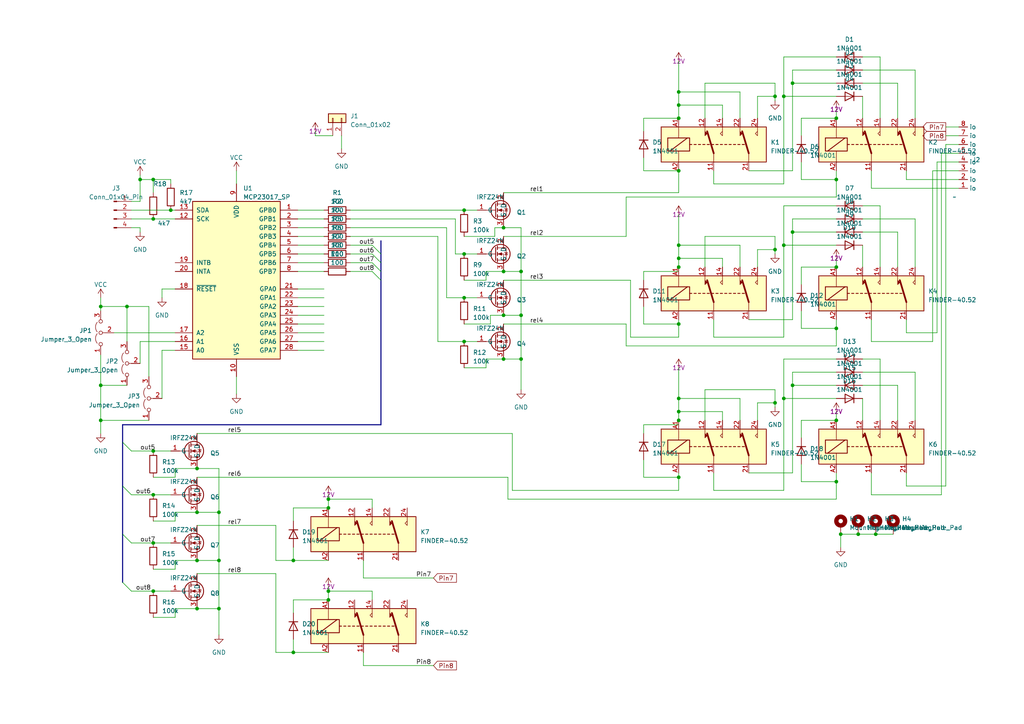
<source format=kicad_sch>
(kicad_sch (version 20230121) (generator eeschema)
  (paper "A4")
  (lib_symbols
    (symbol "Connector:Conn_01x04_Pin" (pin_names (offset 1.016) hide)
      (property "Reference" "J" (at 0 5.08 0))
      (property "Value" "Conn_01x04_Pin" (at 0 -7.62 0))
      (symbol "Conn_01x04_Pin_1_1"
        (pin passive line (at 5.08 2.54 180) (length 3.81) (name "Pin_1") (number "1"))
        (pin passive line (at 5.08 0 180) (length 3.81) (name "Pin_2") (number "2"))
        (pin passive line (at 5.08 -2.54 180) (length 3.81) (name "Pin_3") (number "3"))
        (pin passive line (at 5.08 -5.08 180) (length 3.81) (name "Pin_4") (number "4"))
      )
    )
    (symbol "Connector_Generic:Conn_01x02" (pin_names (offset 1.016) hide)
      (property "Reference" "J" (at 0 2.54 0))
      (property "Value" "Conn_01x02" (at 0 -5.08 0))
      (symbol "Conn_01x02_1_1"
        (pin passive line (at -5.08 0 0) (length 3.81) (name "Pin_1") (number "1"))
        (pin passive line (at -5.08 -2.54 0) (length 3.81) (name "Pin_2") (number "2"))
      )
    )
    (symbol "Device:R" (pin_numbers hide) (pin_names (offset 0))
      (property "Reference" "R" (at 2.032 0 90))
      (property "Value" "R" (at 0 0 90))
      (symbol "R_1_1"
        (pin passive line (at 0 3.81 270) (length 1.27) (name "~") (number "1"))
        (pin passive line (at 0 -3.81 90) (length 1.27) (name "~") (number "2"))
      )
    )
    (symbol "Diode:1N4001" (pin_numbers hide) (pin_names hide)
      (property "Reference" "D" (at 0 2.54 0))
      (property "Value" "1N4001" (at 0 -2.54 0))
      (symbol "1N4001_1_1"
        (pin passive line (at -3.81 0 0) (length 2.54) (name "K") (number "1"))
        (pin passive line (at 3.81 0 180) (length 2.54) (name "A") (number "2"))
      )
    )
    (symbol "Interface_Expansion:MCP23017_SP" (pin_names (offset 1.016))
      (property "Reference" "U" (at -11.43 24.13 0))
      (property "Value" "MCP23017_SP" (at 0 0 0))
      (symbol "MCP23017_SP_1_1"
        (pin bidirectional line (at 17.78 20.32 180) (length 5.08) (name "GPB0") (number "1"))
        (pin power_in line (at 0 -27.94 90) (length 5.08) (name "VSS") (number "10"))
        (pin no_connect line (at -12.7 15.24 0) (length 5.08) hide (name "NC") (number "11"))
        (pin input line (at -17.78 17.78 0) (length 5.08) (name "SCK") (number "12"))
        (pin bidirectional line (at -17.78 20.32 0) (length 5.08) (name "SDA") (number "13"))
        (pin no_connect line (at -12.7 12.7 0) (length 5.08) hide (name "NC") (number "14"))
        (pin input line (at -17.78 -20.32 0) (length 5.08) (name "A0") (number "15"))
        (pin input line (at -17.78 -17.78 0) (length 5.08) (name "A1") (number "16"))
        (pin input line (at -17.78 -15.24 0) (length 5.08) (name "A2") (number "17"))
        (pin input line (at -17.78 -2.54 0) (length 5.08) (name "~{RESET}") (number "18"))
        (pin tri_state line (at -17.78 5.08 0) (length 5.08) (name "INTB") (number "19"))
        (pin bidirectional line (at 17.78 17.78 180) (length 5.08) (name "GPB1") (number "2"))
        (pin tri_state line (at -17.78 2.54 0) (length 5.08) (name "INTA") (number "20"))
        (pin bidirectional line (at 17.78 -2.54 180) (length 5.08) (name "GPA0") (number "21"))
        (pin bidirectional line (at 17.78 -5.08 180) (length 5.08) (name "GPA1") (number "22"))
        (pin bidirectional line (at 17.78 -7.62 180) (length 5.08) (name "GPA2") (number "23"))
        (pin bidirectional line (at 17.78 -10.16 180) (length 5.08) (name "GPA3") (number "24"))
        (pin bidirectional line (at 17.78 -12.7 180) (length 5.08) (name "GPA4") (number "25"))
        (pin bidirectional line (at 17.78 -15.24 180) (length 5.08) (name "GPA5") (number "26"))
        (pin bidirectional line (at 17.78 -17.78 180) (length 5.08) (name "GPA6") (number "27"))
        (pin bidirectional line (at 17.78 -20.32 180) (length 5.08) (name "GPA7") (number "28"))
        (pin bidirectional line (at 17.78 15.24 180) (length 5.08) (name "GPB2") (number "3"))
        (pin bidirectional line (at 17.78 12.7 180) (length 5.08) (name "GPB3") (number "4"))
        (pin bidirectional line (at 17.78 10.16 180) (length 5.08) (name "GPB4") (number "5"))
        (pin bidirectional line (at 17.78 7.62 180) (length 5.08) (name "GPB5") (number "6"))
        (pin bidirectional line (at 17.78 5.08 180) (length 5.08) (name "GPB6") (number "7"))
        (pin bidirectional line (at 17.78 2.54 180) (length 5.08) (name "GPB7") (number "8"))
        (pin power_in line (at 0 27.94 270) (length 5.08) (name "VDD") (number "9"))
      )
    )
    (symbol "Jumper:Jumper_3_Open" (pin_names (offset 0) hide)
      (property "Reference" "JP" (at -2.54 -2.54 0))
      (property "Value" "Jumper_3_Open" (at 0 2.794 0))
      (symbol "Jumper_3_Open_1_1"
        (pin passive line (at -6.35 0 0) (length 2.54) (name "A") (number "1"))
        (pin passive line (at 0 -3.81 90) (length 2.54) (name "C") (number "2"))
        (pin passive line (at 6.35 0 180) (length 2.54) (name "B") (number "3"))
      )
    )
    (symbol "Mechanical:MountingHole_Pad" (pin_numbers hide) (pin_names (offset 1.016) hide)
      (property "Reference" "H" (at 0 6.35 0))
      (property "Value" "MountingHole_Pad" (at 0 4.445 0))
      (symbol "MountingHole_Pad_1_1"
        (pin input line (at 0 -2.54 90) (length 2.54) (name "1") (number "1"))
      )
    )
    (symbol "Relay:FINDER-40.52"
      (property "Reference" "K" (at 16.51 3.81 0))
      (property "Value" "FINDER-40.52" (at 16.51 1.27 0))
      (symbol "FINDER-40.52_1_1"
        (pin passive line (at 0 -7.62 90) (length 2.54) (name "~") (number "11"))
        (pin passive line (at -2.54 7.62 270) (length 2.54) (name "~") (number "12"))
        (pin passive line (at 2.54 7.62 270) (length 2.54) (name "~") (number "14"))
        (pin passive line (at 10.16 -7.62 90) (length 2.54) (name "~") (number "21"))
        (pin passive line (at 7.62 7.62 270) (length 2.54) (name "~") (number "22"))
        (pin passive line (at 12.7 7.62 270) (length 2.54) (name "~") (number "24"))
        (pin passive line (at -10.16 7.62 270) (length 2.54) (name "~") (number "A1"))
        (pin passive line (at -10.16 -7.62 90) (length 2.54) (name "~") (number "A2"))
      )
    )
    (symbol "parts_tma_1:AST041-8"
      (property "Reference" "J" (at 1.27 2.54 0))
      (symbol "AST041-8_1_1"
        (pin bidirectional line (at 0 0 180) (length 2.54) (name "io") (number "1"))
        (pin bidirectional line (at 0 -2.54 180) (length 2.54) (name "io") (number "2"))
        (pin bidirectional line (at 0 -5.08 180) (length 2.54) (name "io") (number "3"))
        (pin bidirectional line (at 0 -7.62 180) (length 2.54) (name "io") (number "4"))
        (pin bidirectional line (at 0 -10.16 180) (length 2.54) (name "io") (number "5"))
        (pin bidirectional line (at 0 -12.7 180) (length 2.54) (name "io") (number "6"))
        (pin bidirectional line (at 0 -15.24 180) (length 2.54) (name "io") (number "7"))
        (pin bidirectional line (at 0 -17.78 180) (length 2.54) (name "io") (number "8"))
      )
    )
    (symbol "parts_tma_1:IRFZ_24N"
      (property "Reference" "Q" (at 3.81 2.54 0))
      (symbol "IRFZ_24N_1_1"
        (pin input line (at -6.35 0 0) (length 2.54) (name "G") (number "1"))
        (pin passive line (at 1.27 5.08 270) (length 2.54) (name "D") (number "2"))
        (pin passive line (at 1.27 -5.08 90) (length 2.54) (name "S") (number "3"))
      )
    )
    (symbol "power:GND" (power) (pin_names (offset 0))
      (property "Value" "GND" (at 0 -3.81 0))
      (symbol "GND_1_1"
        (pin power_in line (at 0 0 270) (length 0) hide (name "GND") (number "1"))
      )
    )
    (symbol "power:VCC" (power) (pin_names (offset 0))
      (property "Value" "VCC" (at 0 3.81 0))
      (symbol "VCC_1_1"
        (pin power_in line (at 0 0 90) (length 0) hide (name "VCC") (number "1"))
      )
    )
    (symbol "power:VCCQ" (power) (pin_names (offset 0))
      (property "Value" "VCCQ" (at 0 3.81 0))
      (symbol "VCCQ_1_1"
        (pin power_in line (at 0 0 90) (length 0) hide (name "VCCQ") (number "1"))
      )
    )
  )
  (junction (at 146.05 66.04))
  (junction (at 229.87 67.31))
  (junction (at 63.5 148.59))
  (junction (at 227.33 27.94))
  (junction (at 57.15 148.59))
  (junction (at 242.57 34.29))
  (junction (at 44.45 143.51))
  (junction (at 196.85 121.92))
  (junction (at 227.33 115.57))
  (junction (at 57.15 135.89))
  (junction (at 29.21 121.92))
  (junction (at 242.57 121.92))
  (junction (at 57.15 176.53))
  (junction (at 44.45 130.81))
  (junction (at 146.05 104.14))
  (junction (at 151.13 104.14))
  (junction (at 196.85 71.12))
  (junction (at 196.85 30.48))
  (junction (at 44.45 157.48))
  (junction (at 229.87 111.76))
  (junction (at 63.5 176.53))
  (junction (at 196.85 49.53))
  (junction (at 95.25 171.45))
  (junction (at 44.45 63.5))
  (junction (at 146.05 91.44))
  (junction (at 44.45 171.45))
  (junction (at 95.25 173.99))
  (junction (at 36.83 88.9))
  (junction (at 49.53 60.96))
  (junction (at 242.57 77.47))
  (junction (at 29.21 111.76))
  (junction (at 242.57 95.25))
  (junction (at 196.85 115.57))
  (junction (at 63.5 162.56))
  (junction (at 229.87 24.13))
  (junction (at 151.13 91.44))
  (junction (at 85.09 189.23))
  (junction (at 227.33 71.12))
  (junction (at 196.85 93.98))
  (junction (at 29.21 88.9))
  (junction (at 57.15 162.56))
  (junction (at 134.62 60.96))
  (junction (at 196.85 77.47))
  (junction (at 242.57 139.7))
  (junction (at 146.05 78.74))
  (junction (at 224.79 27.94))
  (junction (at 134.62 73.66))
  (junction (at 243.84 154.94))
  (junction (at 85.09 162.56))
  (junction (at 134.62 86.36))
  (junction (at 248.92 154.94))
  (junction (at 254 154.94))
  (junction (at 196.85 74.93))
  (junction (at 151.13 78.74))
  (junction (at 196.85 138.43))
  (junction (at 196.85 34.29))
  (junction (at 242.57 52.07))
  (junction (at 196.85 119.38))
  (junction (at 95.25 144.78))
  (junction (at 44.45 52.07))
  (junction (at 40.64 52.07))
  (junction (at 196.85 26.67))
  (junction (at 224.79 72.39))
  (junction (at 224.79 116.84))
  (junction (at 95.25 147.32))
  (junction (at 134.62 99.06))
  (bus_entry (at 35.56 154.94) (size 2.54 2.54))
  (bus_entry (at 107.95 71.12) (size 2.54 2.54))
  (bus_entry (at 35.56 168.91) (size 2.54 2.54))
  (bus_entry (at 107.95 73.66) (size 2.54 2.54))
  (bus_entry (at 107.95 76.2) (size 2.54 2.54))
  (bus_entry (at 35.56 140.97) (size 2.54 2.54))
  (bus_entry (at 35.56 128.27) (size 2.54 2.54))
  (bus_entry (at 107.95 78.74) (size 2.54 2.54))
  (wire (pts (xy 143.51 66.04) (xy 146.05 66.04)))
  (wire (pts (xy 63.5 176.53) (xy 63.5 162.56)))
  (wire (pts (xy 96.52 39.37) (xy 91.44 39.37)))
  (wire (pts (xy 86.36 76.2) (xy 93.98 76.2)))
  (wire (pts (xy 186.69 34.29) (xy 196.85 34.29)))
  (wire (pts (xy 271.78 46.99) (xy 271.78 96.52)))
  (wire (pts (xy 196.85 92.71) (xy 196.85 93.98)))
  (wire (pts (xy 68.58 109.22) (xy 68.58 114.3)))
  (wire (pts (xy 57.15 135.89) (xy 63.5 135.89)))
  (wire (pts (xy 86.36 91.44) (xy 93.98 91.44)))
  (wire (pts (xy 49.53 53.34) (xy 49.53 52.07)))
  (wire (pts (xy 242.57 59.69) (xy 227.33 59.69)))
  (wire (pts (xy 242.57 16.51) (xy 227.33 16.51)))
  (wire (pts (xy 142.24 91.44) (xy 146.05 91.44)))
  (wire (pts (xy 242.57 111.76) (xy 229.87 111.76)))
  (wire (pts (xy 44.45 165.1) (xy 50.8 165.1)))
  (wire (pts (xy 270.51 99.06) (xy 270.51 49.53)))
  (wire (pts (xy 242.57 119.38) (xy 242.57 121.92)))
  (wire (pts (xy 250.19 27.94) (xy 250.19 34.29)))
  (wire (pts (xy 229.87 24.13) (xy 229.87 49.53)))
  (wire (pts (xy 252.73 92.71) (xy 252.73 99.06)))
  (wire (pts (xy 86.36 96.52) (xy 93.98 96.52)))
  (wire (pts (xy 262.89 49.53) (xy 262.89 52.07)))
  (wire (pts (xy 57.15 176.53) (xy 63.5 176.53)))
  (wire (pts (xy 186.69 88.9) (xy 186.69 93.98)))
  (wire (pts (xy 250.19 115.57) (xy 250.19 121.92)))
  (wire (pts (xy 196.85 115.57) (xy 214.63 115.57)))
  (wire (pts (xy 252.73 49.53) (xy 252.73 54.61)))
  (wire (pts (xy 85.09 158.75) (xy 85.09 162.56)))
  (wire (pts (xy 219.71 27.94) (xy 219.71 34.29)))
  (wire (pts (xy 44.45 52.07) (xy 44.45 55.88)))
  (wire (pts (xy 196.85 71.12) (xy 214.63 71.12)))
  (wire (pts (xy 204.47 68.58) (xy 224.79 68.58)))
  (wire (pts (xy 86.36 68.58) (xy 93.98 68.58)))
  (wire (pts (xy 50.8 83.82) (xy 46.99 83.82)))
  (wire (pts (xy 196.85 49.53) (xy 196.85 55.88)))
  (wire (pts (xy 38.1 58.42) (xy 40.64 58.42)))
  (wire (pts (xy 29.21 121.92) (xy 43.18 121.92)))
  (wire (pts (xy 242.57 63.5) (xy 229.87 63.5)))
  (wire (pts (xy 29.21 86.36) (xy 29.21 88.9)))
  (wire (pts (xy 204.47 113.03) (xy 204.47 121.92)))
  (wire (pts (xy 196.85 74.93) (xy 209.55 74.93)))
  (wire (pts (xy 227.33 71.12) (xy 227.33 97.79)))
  (wire (pts (xy 44.45 143.51) (xy 49.53 143.51)))
  (wire (pts (xy 101.6 60.96) (xy 134.62 60.96)))
  (wire (pts (xy 181.61 68.58) (xy 146.05 68.58)))
  (wire (pts (xy 63.5 184.15) (xy 63.5 176.53)))
  (wire (pts (xy 86.36 93.98) (xy 93.98 93.98)))
  (wire (pts (xy 44.45 179.07) (xy 50.8 179.07)))
  (wire (pts (xy 85.09 189.23) (xy 95.25 189.23)))
  (wire (pts (xy 260.35 24.13) (xy 260.35 34.29)))
  (wire (pts (xy 129.54 86.36) (xy 134.62 86.36)))
  (wire (pts (xy 86.36 86.36) (xy 93.98 86.36)))
  (wire (pts (xy 196.85 106.68) (xy 196.85 115.57)))
  (wire (pts (xy 227.33 16.51) (xy 227.33 27.94)))
  (wire (pts (xy 91.44 39.37) (xy 91.44 38.1)))
  (wire (pts (xy 186.69 38.1) (xy 186.69 34.29)))
  (wire (pts (xy 148.59 142.24) (xy 196.85 142.24)))
  (wire (pts (xy 134.62 99.06) (xy 138.43 99.06)))
  (wire (pts (xy 146.05 91.44) (xy 151.13 91.44)))
  (wire (pts (xy 243.84 154.94) (xy 243.84 158.75)))
  (wire (pts (xy 242.57 57.15) (xy 242.57 52.07)))
  (wire (pts (xy 142.24 93.98) (xy 142.24 91.44)))
  (wire (pts (xy 63.5 148.59) (xy 63.5 162.56)))
  (wire (pts (xy 80.01 166.37) (xy 80.01 189.23)))
  (wire (pts (xy 86.36 83.82) (xy 93.98 83.82)))
  (wire (pts (xy 232.41 134.62) (xy 232.41 139.7)))
  (wire (pts (xy 196.85 137.16) (xy 196.85 138.43)))
  (wire (pts (xy 250.19 71.12) (xy 250.19 77.47)))
  (wire (pts (xy 129.54 66.04) (xy 129.54 86.36)))
  (wire (pts (xy 219.71 27.94) (xy 224.79 27.94)))
  (wire (pts (xy 85.09 177.8) (xy 85.09 173.99)))
  (wire (pts (xy 229.87 111.76) (xy 229.87 137.16)))
  (wire (pts (xy 227.33 115.57) (xy 227.33 142.24)))
  (bus (pts (xy 35.56 128.27) (xy 35.56 140.97)))
  (wire (pts (xy 151.13 104.14) (xy 151.13 113.03)))
  (wire (pts (xy 182.88 81.28) (xy 182.88 97.79)))
  (wire (pts (xy 242.57 115.57) (xy 227.33 115.57)))
  (wire (pts (xy 217.17 137.16) (xy 229.87 137.16)))
  (wire (pts (xy 86.36 66.04) (xy 93.98 66.04)))
  (wire (pts (xy 36.83 99.06) (xy 36.83 88.9)))
  (wire (pts (xy 29.21 88.9) (xy 36.83 88.9)))
  (wire (pts (xy 224.79 68.58) (xy 224.79 72.39)))
  (wire (pts (xy 232.41 34.29) (xy 232.41 39.37)))
  (wire (pts (xy 232.41 77.47) (xy 242.57 77.47)))
  (wire (pts (xy 99.06 39.37) (xy 99.06 43.18)))
  (wire (pts (xy 29.21 111.76) (xy 36.83 111.76)))
  (wire (pts (xy 250.19 59.69) (xy 255.27 59.69)))
  (wire (pts (xy 86.36 71.12) (xy 93.98 71.12)))
  (wire (pts (xy 273.05 143.51) (xy 252.73 143.51)))
  (wire (pts (xy 101.6 66.04) (xy 129.54 66.04)))
  (wire (pts (xy 250.19 63.5) (xy 265.43 63.5)))
  (wire (pts (xy 265.43 107.95) (xy 265.43 121.92)))
  (wire (pts (xy 107.95 173.99) (xy 107.95 171.45)))
  (wire (pts (xy 146.05 93.98) (xy 181.61 93.98)))
  (bus (pts (xy 110.49 78.74) (xy 110.49 81.28)))
  (wire (pts (xy 186.69 133.35) (xy 186.69 138.43)))
  (wire (pts (xy 242.57 92.71) (xy 242.57 95.25)))
  (wire (pts (xy 50.8 99.06) (xy 40.64 99.06)))
  (wire (pts (xy 250.19 16.51) (xy 255.27 16.51)))
  (wire (pts (xy 134.62 106.68) (xy 140.97 106.68)))
  (wire (pts (xy 242.57 74.93) (xy 242.57 77.47)))
  (wire (pts (xy 40.64 66.04) (xy 40.64 67.31)))
  (wire (pts (xy 232.41 121.92) (xy 232.41 127)))
  (wire (pts (xy 262.89 140.97) (xy 274.32 140.97)))
  (bus (pts (xy 110.49 123.19) (xy 110.49 81.28)))
  (wire (pts (xy 86.36 88.9) (xy 93.98 88.9)))
  (wire (pts (xy 260.35 111.76) (xy 250.19 111.76)))
  (wire (pts (xy 146.05 104.14) (xy 151.13 104.14)))
  (wire (pts (xy 196.85 74.93) (xy 196.85 77.47)))
  (wire (pts (xy 209.55 74.93) (xy 209.55 77.47)))
  (wire (pts (xy 148.59 125.73) (xy 148.59 142.24)))
  (wire (pts (xy 95.25 143.51) (xy 95.25 144.78)))
  (wire (pts (xy 204.47 24.13) (xy 224.79 24.13)))
  (wire (pts (xy 101.6 78.74) (xy 107.95 78.74)))
  (wire (pts (xy 196.85 93.98) (xy 196.85 97.79)))
  (wire (pts (xy 196.85 26.67) (xy 214.63 26.67)))
  (wire (pts (xy 46.99 83.82) (xy 46.99 86.36)))
  (wire (pts (xy 207.01 97.79) (xy 227.33 97.79)))
  (wire (pts (xy 270.51 49.53) (xy 278.13 49.53)))
  (wire (pts (xy 44.45 52.07) (xy 40.64 52.07)))
  (wire (pts (xy 85.09 173.99) (xy 95.25 173.99)))
  (wire (pts (xy 224.79 27.94) (xy 224.79 29.21)))
  (bus (pts (xy 35.56 123.19) (xy 35.56 128.27)))
  (wire (pts (xy 107.95 171.45) (xy 95.25 171.45)))
  (wire (pts (xy 204.47 113.03) (xy 224.79 113.03)))
  (wire (pts (xy 40.64 99.06) (xy 40.64 105.41)))
  (wire (pts (xy 217.17 92.71) (xy 229.87 92.71)))
  (wire (pts (xy 271.78 96.52) (xy 262.89 96.52)))
  (wire (pts (xy 219.71 72.39) (xy 224.79 72.39)))
  (wire (pts (xy 38.1 63.5) (xy 44.45 63.5)))
  (wire (pts (xy 242.57 95.25) (xy 232.41 95.25)))
  (wire (pts (xy 252.73 137.16) (xy 252.73 143.51)))
  (wire (pts (xy 255.27 59.69) (xy 255.27 77.47)))
  (wire (pts (xy 250.19 104.14) (xy 255.27 104.14)))
  (wire (pts (xy 140.97 106.68) (xy 140.97 104.14)))
  (wire (pts (xy 232.41 77.47) (xy 232.41 82.55)))
  (wire (pts (xy 101.6 63.5) (xy 132.08 63.5)))
  (wire (pts (xy 86.36 78.74) (xy 93.98 78.74)))
  (wire (pts (xy 50.8 162.56) (xy 57.15 162.56)))
  (wire (pts (xy 44.45 151.13) (xy 50.8 151.13)))
  (wire (pts (xy 242.57 71.12) (xy 227.33 71.12)))
  (wire (pts (xy 242.57 139.7) (xy 232.41 139.7)))
  (wire (pts (xy 107.95 144.78) (xy 95.25 144.78)))
  (wire (pts (xy 29.21 88.9) (xy 29.21 90.17)))
  (wire (pts (xy 50.8 179.07) (xy 50.8 176.53)))
  (wire (pts (xy 29.21 121.92) (xy 29.21 125.73)))
  (wire (pts (xy 44.45 157.48) (xy 49.53 157.48)))
  (wire (pts (xy 260.35 111.76) (xy 260.35 121.92)))
  (wire (pts (xy 95.25 170.18) (xy 95.25 171.45)))
  (wire (pts (xy 196.85 55.88) (xy 146.05 55.88)))
  (wire (pts (xy 57.15 125.73) (xy 148.59 125.73)))
  (wire (pts (xy 146.05 66.04) (xy 151.13 66.04)))
  (wire (pts (xy 214.63 115.57) (xy 214.63 121.92)))
  (wire (pts (xy 242.57 137.16) (xy 242.57 139.7)))
  (wire (pts (xy 147.32 144.78) (xy 242.57 144.78)))
  (wire (pts (xy 232.41 46.99) (xy 232.41 52.07)))
  (wire (pts (xy 229.87 67.31) (xy 229.87 92.71)))
  (wire (pts (xy 50.8 148.59) (xy 57.15 148.59)))
  (wire (pts (xy 204.47 68.58) (xy 204.47 77.47)))
  (wire (pts (xy 86.36 60.96) (xy 93.98 60.96)))
  (wire (pts (xy 242.57 52.07) (xy 232.41 52.07)))
  (wire (pts (xy 242.57 20.32) (xy 229.87 20.32)))
  (wire (pts (xy 255.27 16.51) (xy 255.27 34.29)))
  (wire (pts (xy 50.8 135.89) (xy 57.15 135.89)))
  (bus (pts (xy 110.49 76.2) (xy 110.49 78.74)))
  (wire (pts (xy 105.41 167.64) (xy 125.73 167.64)))
  (wire (pts (xy 50.8 165.1) (xy 50.8 162.56)))
  (wire (pts (xy 57.15 148.59) (xy 63.5 148.59)))
  (wire (pts (xy 140.97 81.28) (xy 140.97 78.74)))
  (wire (pts (xy 260.35 67.31) (xy 260.35 77.47)))
  (wire (pts (xy 140.97 104.14) (xy 146.05 104.14)))
  (wire (pts (xy 151.13 66.04) (xy 151.13 78.74)))
  (wire (pts (xy 219.71 116.84) (xy 224.79 116.84)))
  (wire (pts (xy 196.85 30.48) (xy 209.55 30.48)))
  (bus (pts (xy 35.56 123.19) (xy 110.49 123.19)))
  (wire (pts (xy 265.43 63.5) (xy 265.43 77.47)))
  (wire (pts (xy 209.55 119.38) (xy 209.55 121.92)))
  (wire (pts (xy 250.19 107.95) (xy 265.43 107.95)))
  (wire (pts (xy 134.62 60.96) (xy 138.43 60.96)))
  (wire (pts (xy 242.57 100.33) (xy 242.57 95.25)))
  (wire (pts (xy 132.08 63.5) (xy 132.08 73.66)))
  (wire (pts (xy 224.79 72.39) (xy 224.79 73.66)))
  (bus (pts (xy 110.49 69.85) (xy 110.49 73.66)))
  (wire (pts (xy 44.45 130.81) (xy 49.53 130.81)))
  (wire (pts (xy 146.05 81.28) (xy 182.88 81.28)))
  (wire (pts (xy 196.85 77.47) (xy 196.85 78.74)))
  (wire (pts (xy 63.5 135.89) (xy 63.5 148.59)))
  (wire (pts (xy 186.69 138.43) (xy 196.85 138.43)))
  (wire (pts (xy 217.17 49.53) (xy 229.87 49.53)))
  (wire (pts (xy 242.57 107.95) (xy 229.87 107.95)))
  (wire (pts (xy 181.61 93.98) (xy 181.61 100.33)))
  (wire (pts (xy 274.32 39.37) (xy 278.13 39.37)))
  (wire (pts (xy 101.6 71.12) (xy 107.95 71.12)))
  (wire (pts (xy 242.57 144.78) (xy 242.57 139.7)))
  (wire (pts (xy 43.18 109.22) (xy 43.18 88.9)))
  (wire (pts (xy 85.09 185.42) (xy 85.09 189.23)))
  (wire (pts (xy 38.1 143.51) (xy 44.45 143.51)))
  (wire (pts (xy 44.45 138.43) (xy 50.8 138.43)))
  (wire (pts (xy 274.32 41.91) (xy 278.13 41.91)))
  (wire (pts (xy 242.57 24.13) (xy 229.87 24.13)))
  (wire (pts (xy 186.69 125.73) (xy 186.69 123.19)))
  (wire (pts (xy 278.13 44.45) (xy 273.05 44.45)))
  (wire (pts (xy 229.87 20.32) (xy 229.87 24.13)))
  (wire (pts (xy 181.61 57.15) (xy 242.57 57.15)))
  (wire (pts (xy 242.57 49.53) (xy 242.57 52.07)))
  (wire (pts (xy 105.41 189.23) (xy 105.41 193.04)))
  (wire (pts (xy 262.89 137.16) (xy 262.89 140.97)))
  (wire (pts (xy 196.85 115.57) (xy 196.85 119.38)))
  (wire (pts (xy 101.6 73.66) (xy 107.95 73.66)))
  (wire (pts (xy 38.1 130.81) (xy 44.45 130.81)))
  (wire (pts (xy 101.6 68.58) (xy 127 68.58)))
  (wire (pts (xy 85.09 162.56) (xy 95.25 162.56)))
  (wire (pts (xy 50.8 176.53) (xy 57.15 176.53)))
  (wire (pts (xy 252.73 54.61) (xy 278.13 54.61)))
  (wire (pts (xy 260.35 67.31) (xy 250.19 67.31)))
  (wire (pts (xy 49.53 52.07) (xy 44.45 52.07)))
  (wire (pts (xy 29.21 102.87) (xy 29.21 111.76)))
  (wire (pts (xy 219.71 72.39) (xy 219.71 77.47)))
  (wire (pts (xy 207.01 92.71) (xy 207.01 97.79)))
  (wire (pts (xy 134.62 81.28) (xy 140.97 81.28)))
  (wire (pts (xy 186.69 45.72) (xy 186.69 49.53)))
  (wire (pts (xy 38.1 171.45) (xy 44.45 171.45)))
  (wire (pts (xy 248.92 154.94) (xy 254 154.94)))
  (wire (pts (xy 86.36 63.5) (xy 93.98 63.5)))
  (wire (pts (xy 127 68.58) (xy 127 99.06)))
  (wire (pts (xy 80.01 152.4) (xy 80.01 162.56)))
  (wire (pts (xy 229.87 63.5) (xy 229.87 67.31)))
  (wire (pts (xy 224.79 113.03) (xy 224.79 116.84)))
  (wire (pts (xy 219.71 116.84) (xy 219.71 121.92)))
  (wire (pts (xy 134.62 68.58) (xy 143.51 68.58)))
  (wire (pts (xy 207.01 142.24) (xy 227.33 142.24)))
  (wire (pts (xy 86.36 73.66) (xy 93.98 73.66)))
  (wire (pts (xy 252.73 99.06) (xy 270.51 99.06)))
  (wire (pts (xy 151.13 91.44) (xy 151.13 104.14)))
  (wire (pts (xy 49.53 60.96) (xy 50.8 60.96)))
  (wire (pts (xy 196.85 138.43) (xy 196.85 142.24)))
  (wire (pts (xy 242.57 104.14) (xy 227.33 104.14)))
  (wire (pts (xy 196.85 17.78) (xy 196.85 26.67)))
  (wire (pts (xy 262.89 52.07) (xy 278.13 52.07)))
  (wire (pts (xy 186.69 78.74) (xy 196.85 78.74)))
  (wire (pts (xy 196.85 119.38) (xy 209.55 119.38)))
  (wire (pts (xy 105.41 193.04) (xy 125.73 193.04)))
  (wire (pts (xy 134.62 93.98) (xy 142.24 93.98)))
  (wire (pts (xy 107.95 147.32) (xy 107.95 144.78)))
  (wire (pts (xy 181.61 100.33) (xy 242.57 100.33)))
  (wire (pts (xy 196.85 71.12) (xy 196.85 74.93)))
  (wire (pts (xy 242.57 67.31) (xy 229.87 67.31)))
  (wire (pts (xy 262.89 92.71) (xy 262.89 96.52)))
  (wire (pts (xy 57.15 138.43) (xy 147.32 138.43)))
  (wire (pts (xy 242.57 27.94) (xy 227.33 27.94)))
  (wire (pts (xy 134.62 86.36) (xy 138.43 86.36)))
  (wire (pts (xy 50.8 101.6) (xy 46.99 101.6)))
  (wire (pts (xy 57.15 152.4) (xy 80.01 152.4)))
  (wire (pts (xy 38.1 157.48) (xy 44.45 157.48)))
  (wire (pts (xy 265.43 20.32) (xy 265.43 34.29)))
  (wire (pts (xy 33.02 96.52) (xy 50.8 96.52)))
  (wire (pts (xy 127 99.06) (xy 134.62 99.06)))
  (wire (pts (xy 101.6 76.2) (xy 107.95 76.2)))
  (wire (pts (xy 85.09 151.13) (xy 85.09 147.32)))
  (wire (pts (xy 182.88 97.79) (xy 196.85 97.79)))
  (bus (pts (xy 35.56 140.97) (xy 35.56 154.94)))
  (wire (pts (xy 95.25 171.45) (xy 95.25 173.99)))
  (wire (pts (xy 214.63 71.12) (xy 214.63 77.47)))
  (wire (pts (xy 227.33 27.94) (xy 227.33 53.34)))
  (wire (pts (xy 224.79 24.13) (xy 224.79 27.94)))
  (wire (pts (xy 86.36 101.6) (xy 93.98 101.6)))
  (wire (pts (xy 207.01 53.34) (xy 227.33 53.34)))
  (wire (pts (xy 181.61 68.58) (xy 181.61 57.15)))
  (wire (pts (xy 227.33 104.14) (xy 227.33 115.57)))
  (wire (pts (xy 44.45 63.5) (xy 50.8 63.5)))
  (wire (pts (xy 43.18 88.9) (xy 36.83 88.9)))
  (wire (pts (xy 95.25 144.78) (xy 95.25 147.32)))
  (wire (pts (xy 40.64 52.07) (xy 40.64 58.42)))
  (wire (pts (xy 274.32 36.83) (xy 278.13 36.83)))
  (wire (pts (xy 260.35 24.13) (xy 250.19 24.13)))
  (wire (pts (xy 146.05 78.74) (xy 151.13 78.74)))
  (wire (pts (xy 80.01 162.56) (xy 85.09 162.56)))
  (bus (pts (xy 110.49 73.66) (xy 110.49 76.2)))
  (wire (pts (xy 86.36 99.06) (xy 93.98 99.06)))
  (wire (pts (xy 232.41 121.92) (xy 242.57 121.92)))
  (wire (pts (xy 273.05 44.45) (xy 273.05 143.51)))
  (wire (pts (xy 134.62 73.66) (xy 138.43 73.66)))
  (wire (pts (xy 196.85 119.38) (xy 196.85 121.92)))
  (bus (pts (xy 35.56 154.94) (xy 35.56 168.91)))
  (wire (pts (xy 254 154.94) (xy 259.08 154.94)))
  (wire (pts (xy 57.15 166.37) (xy 80.01 166.37)))
  (wire (pts (xy 214.63 26.67) (xy 214.63 34.29)))
  (wire (pts (xy 196.85 26.67) (xy 196.85 30.48)))
  (wire (pts (xy 50.8 151.13) (xy 50.8 148.59)))
  (wire (pts (xy 140.97 78.74) (xy 146.05 78.74)))
  (wire (pts (xy 151.13 78.74) (xy 151.13 91.44)))
  (wire (pts (xy 232.41 90.17) (xy 232.41 95.25)))
  (wire (pts (xy 196.85 62.23) (xy 196.85 71.12)))
  (wire (pts (xy 186.69 93.98) (xy 196.85 93.98)))
  (wire (pts (xy 229.87 107.95) (xy 229.87 111.76)))
  (wire (pts (xy 242.57 31.75) (xy 242.57 34.29)))
  (wire (pts (xy 196.85 121.92) (xy 196.85 123.19)))
  (wire (pts (xy 224.79 116.84) (xy 224.79 118.11)))
  (wire (pts (xy 29.21 111.76) (xy 29.21 121.92)))
  (wire (pts (xy 46.99 101.6) (xy 46.99 115.57)))
  (wire (pts (xy 68.58 49.53) (xy 68.58 53.34)))
  (wire (pts (xy 57.15 162.56) (xy 63.5 162.56)))
  (wire (pts (xy 250.19 20.32) (xy 265.43 20.32)))
  (wire (pts (xy 105.41 162.56) (xy 105.41 167.64)))
  (wire (pts (xy 232.41 34.29) (xy 242.57 34.29)))
  (wire (pts (xy 186.69 49.53) (xy 196.85 49.53)))
  (wire (pts (xy 278.13 46.99) (xy 271.78 46.99)))
  (wire (pts (xy 85.09 147.32) (xy 95.25 147.32)))
  (wire (pts (xy 147.32 138.43) (xy 147.32 144.78)))
  (wire (pts (xy 209.55 30.48) (xy 209.55 34.29)))
  (wire (pts (xy 186.69 123.19) (xy 196.85 123.19)))
  (wire (pts (xy 143.51 68.58) (xy 143.51 66.04)))
  (wire (pts (xy 196.85 30.48) (xy 196.85 34.29)))
  (wire (pts (xy 44.45 171.45) (xy 49.53 171.45)))
  (wire (pts (xy 243.84 154.94) (xy 248.92 154.94)))
  (wire (pts (xy 50.8 138.43) (xy 50.8 135.89)))
  (wire (pts (xy 204.47 24.13) (xy 204.47 34.29)))
  (wire (pts (xy 207.01 49.53) (xy 207.01 53.34)))
  (wire (pts (xy 80.01 189.23) (xy 85.09 189.23)))
  (wire (pts (xy 132.08 73.66) (xy 134.62 73.66)))
  (wire (pts (xy 207.01 137.16) (xy 207.01 142.24)))
  (wire (pts (xy 186.69 81.28) (xy 186.69 78.74)))
  (wire (pts (xy 40.64 50.8) (xy 40.64 52.07)))
  (wire (pts (xy 38.1 60.96) (xy 49.53 60.96)))
  (wire (pts (xy 227.33 59.69) (xy 227.33 71.12)))
  (wire (pts (xy 255.27 104.14) (xy 255.27 121.92)))
  (wire (pts (xy 274.32 140.97) (xy 274.32 41.91)))
  (wire (pts (xy 38.1 66.04) (xy 40.64 66.04)))
  (label "rel6" (at 66.04 138.43 0))
  (label "out6" (at 104.14 73.66 0))
  (label "out5" (at 40.64 130.81 0))
  (label "rel2" (at 153.67 68.58 0))
  (label "rel1" (at 153.67 55.88 0))
  (label "out6" (at 39.37 143.51 0))
  (label "rel4" (at 153.67 93.98 0))
  (label "Pin7" (at 120.65 167.64 0))
  (label "out5" (at 104.14 71.12 0))
  (label "rel3" (at 153.67 81.28 0))
  (label "Pin8" (at 120.65 193.04 0))
  (label "out8" (at 39.37 171.45 0))
  (label "rel8" (at 66.04 166.37 0))
  (label "rel7" (at 66.04 152.4 0))
  (label "out7" (at 104.14 76.2 0))
  (label "out8" (at 104.14 78.74 0))
  (label "out7" (at 40.64 157.48 0))
  (label "rel5" (at 66.04 125.73 0))
  (global_label "Pin8" (shape output) (at 274.32 39.37 180) (property "Intersheetrefs" "${INTERSHEET_REFS}" (effects hide)))
  (global_label "Pin7" (shape output) (at 274.32 36.83 180) (property "Intersheetrefs" "${INTERSHEET_REFS}" (effects hide)))
  (global_label "Pin8" (shape input) (at 125.73 193.04 0) (property "Intersheetrefs" "${INTERSHEET_REFS}" (effects hide)))
  (global_label "Pin7" (shape input) (at 125.73 167.64 0) (property "Intersheetrefs" "${INTERSHEET_REFS}" (effects hide)))
  (symbol (lib_id "Relay:FINDER-40.52") (at 252.73 129.54 0) (unit 1)
    (property "Reference" "K6" (at 269.24 128.905 0) (effects (justify left)))
    (property "Value" "FINDER-40.52" (at 269.24 131.445 0) (effects (justify left)))
    (property "Footprint" "Relay_THT:Relay_DPDT_Finder_40.52" (effects hide))
    (property "Datasheet" "http://gfinder.findernet.com/assets/Series/353/S40EN.pdf" (effects hide))
  )
  (symbol (lib_id "Relay:FINDER-40.52") (at 105.41 154.94 0) (unit 1)
    (property "Reference" "K7" (at 121.92 154.305 0) (effects (justify left)))
    (property "Value" "FINDER-40.52" (at 121.92 156.845 0) (effects (justify left)))
    (property "Footprint" "Relay_THT:Relay_DPDT_Finder_40.52" (effects hide))
    (property "Datasheet" "http://gfinder.findernet.com/assets/Series/353/S40EN.pdf" (effects hide))
  )
  (symbol (lib_id "power:VCCQ") (at 242.57 119.38 0) (unit 1)
    (property "Reference" "#PWR018" (effects hide))
    (property "Value" "VCCQ" (effects hide))
    (property "U" "12V" (at 242.57 119.38 0))
  )
  (symbol (lib_id "Relay:FINDER-40.52") (at 252.73 85.09 0) (unit 1)
    (property "Reference" "K4" (at 269.24 84.455 0) (effects (justify left)))
    (property "Value" "FINDER-40.52" (at 269.24 86.995 0) (effects (justify left)))
    (property "Footprint" "Relay_THT:Relay_DPDT_Finder_40.52" (effects hide))
    (property "Datasheet" "http://gfinder.findernet.com/assets/Series/353/S40EN.pdf" (effects hide))
  )
  (symbol (lib_id "Jumper:Jumper_3_Open") (at 43.18 115.57 90) (unit 1)
    (property "Reference" "JP3" (at 40.64 114.935 90) (effects (justify left)))
    (property "Value" "Jumper_3_Open" (at 40.64 117.475 90) (effects (justify left)))
    (property "Footprint" "Connector_PinHeader_2.54mm:PinHeader_1x03_P2.54mm_Vertical" (effects hide))
  )
  (symbol (lib_id "Interface_Expansion:MCP23017_SP") (at 68.58 81.28 0) (unit 1)
    (property "Reference" "U1" (at 70.5359 54.61 0) (effects (justify left)))
    (property "Value" "MCP23017_SP" (at 70.5359 57.15 0) (effects (justify left)))
    (property "Footprint" "Package_DIP:DIP-28_W7.62mm" (effects hide))
    (property "Datasheet" "http://ww1.microchip.com/downloads/en/DeviceDoc/20001952C.pdf" (effects hide))
  )
  (symbol (lib_id "power:VCC") (at 40.64 50.8 0) (unit 1)
    (property "Reference" "#PWR07" (effects hide))
    (property "Value" "VCC" (at 40.64 46.99 0))
  )
  (symbol (lib_id "Relay:FINDER-40.52") (at 207.01 129.54 0) (unit 1)
    (property "Reference" "K5" (at 223.52 128.905 0) (effects (justify left)))
    (property "Value" "FINDER-40.52" (at 223.52 131.445 0) (effects (justify left)))
    (property "Footprint" "Relay_THT:Relay_DPDT_Finder_40.52" (effects hide))
    (property "Datasheet" "http://gfinder.findernet.com/assets/Series/353/S40EN.pdf" (effects hide))
  )
  (symbol (lib_id "power:GND") (at 151.13 113.03 0) (unit 1)
    (property "Reference" "#PWR015" (effects hide))
    (property "Value" "GND" (at 151.13 118.11 0))
  )
  (symbol (lib_id "Connector_Generic:Conn_01x02") (at 96.52 34.29 90) (unit 1)
    (property "Reference" "J1" (at 101.6 33.655 90) (effects (justify right)))
    (property "Value" "Conn_01x02" (at 101.6 36.195 90) (effects (justify right)))
    (property "Footprint" "Connector_PinHeader_2.54mm:PinHeader_1x02_P2.54mm_Vertical" (effects hide))
  )
  (symbol (lib_id "Diode:1N4001") (at 246.38 63.5 180) (unit 1)
    (property "Reference" "D8" (at 246.38 58.42 0))
    (property "Value" "1N4001" (at 246.38 60.96 0))
    (property "Footprint" "Diode_THT:D_DO-41_SOD81_P10.16mm_Horizontal" (effects hide))
    (property "Datasheet" "http://www.vishay.com/docs/88503/1n4001.pdf" (effects hide))
    (property "Sim.Device" "D" (effects hide))
    (property "Sim.Pins" "1=K 2=A" (effects hide))
  )
  (symbol (lib_id "power:GND") (at 68.58 114.3 0) (unit 1)
    (property "Reference" "#PWR016" (effects hide))
    (property "Value" "GND" (at 68.58 119.38 0))
  )
  (symbol (lib_id "parts_tma_1:IRFZ_24N") (at 144.78 86.36 0) (unit 1)
    (property "Reference" "Q3" (at 149.86 86.995 0) (effects (justify left)))
    (property "Value" "IRFZ24N" (at 142.24 82.55 0))
    (property "Footprint" "Package_TO_SOT_THT:TO-220-3_Vertical" (effects hide))
  )
  (symbol (lib_id "Diode:1N4001") (at 186.69 129.54 270) (unit 1)
    (property "Reference" "D17" (at 189.23 128.905 90) (effects (justify left)))
    (property "Value" "1N4001" (at 189.23 131.445 90) (effects (justify left)))
    (property "Footprint" "Diode_THT:D_DO-41_SOD81_P10.16mm_Horizontal" (effects hide))
    (property "Datasheet" "http://www.vishay.com/docs/88503/1n4001.pdf" (effects hide))
    (property "Sim.Device" "D" (effects hide))
    (property "Sim.Pins" "1=K 2=A" (effects hide))
  )
  (symbol (lib_id "power:VCCQ") (at 95.25 143.51 0) (unit 1)
    (property "Reference" "#PWR020" (effects hide))
    (property "Value" "VCCQ" (effects hide))
    (property "U" "12V" (at 95.25 143.51 0))
  )
  (symbol (lib_id "Diode:1N4001") (at 85.09 181.61 270) (unit 1)
    (property "Reference" "D20" (at 87.63 180.975 90) (effects (justify left)))
    (property "Value" "1N4001" (at 87.63 183.515 90) (effects (justify left)))
    (property "Footprint" "Diode_THT:D_DO-41_SOD81_P10.16mm_Horizontal" (effects hide))
    (property "Datasheet" "http://www.vishay.com/docs/88503/1n4001.pdf" (effects hide))
    (property "Sim.Device" "D" (effects hide))
    (property "Sim.Pins" "1=K 2=A" (effects hide))
  )
  (symbol (lib_id "Diode:1N4001") (at 246.38 71.12 180) (unit 1)
    (property "Reference" "D10" (at 246.38 66.04 0))
    (property "Value" "1N4001" (at 246.38 68.58 0))
    (property "Footprint" "Diode_THT:D_DO-41_SOD81_P10.16mm_Horizontal" (effects hide))
    (property "Datasheet" "http://www.vishay.com/docs/88503/1n4001.pdf" (effects hide))
    (property "Sim.Device" "D" (effects hide))
    (property "Sim.Pins" "1=K 2=A" (effects hide))
  )
  (symbol (lib_id "Diode:1N4001") (at 85.09 154.94 270) (unit 1)
    (property "Reference" "D19" (at 87.63 154.305 90) (effects (justify left)))
    (property "Value" "1N4001" (at 87.63 156.845 90) (effects (justify left)))
    (property "Footprint" "Diode_THT:D_DO-41_SOD81_P10.16mm_Horizontal" (effects hide))
    (property "Datasheet" "http://www.vishay.com/docs/88503/1n4001.pdf" (effects hide))
    (property "Sim.Device" "D" (effects hide))
    (property "Sim.Pins" "1=K 2=A" (effects hide))
  )
  (symbol (lib_id "Diode:1N4001") (at 232.41 130.81 270) (unit 1)
    (property "Reference" "D18" (at 234.95 130.175 90) (effects (justify left)))
    (property "Value" "1N4001" (at 234.95 132.715 90) (effects (justify left)))
    (property "Footprint" "Diode_THT:D_DO-41_SOD81_P10.16mm_Horizontal" (effects hide))
    (property "Datasheet" "http://www.vishay.com/docs/88503/1n4001.pdf" (effects hide))
    (property "Sim.Device" "D" (effects hide))
    (property "Sim.Pins" "1=K 2=A" (effects hide))
  )
  (symbol (lib_id "Jumper:Jumper_3_Open") (at 36.83 105.41 90) (unit 1)
    (property "Reference" "JP2" (at 34.29 104.775 90) (effects (justify left)))
    (property "Value" "Jumper_3_Open" (at 34.29 107.315 90) (effects (justify left)))
    (property "Footprint" "Connector_PinHeader_2.54mm:PinHeader_1x03_P2.54mm_Vertical" (effects hide))
  )
  (symbol (lib_id "parts_tma_1:IRFZ_24N") (at 55.88 130.81 0) (unit 1)
    (property "Reference" "Q5" (at 60.96 131.445 0) (effects (justify left)))
    (property "Value" "IRFZ24N" (at 53.34 127 0))
    (property "Footprint" "Package_TO_SOT_THT:TO-220-3_Vertical" (effects hide))
  )
  (symbol (lib_id "Device:R") (at 97.79 78.74 90) (unit 1)
    (property "Reference" "R10" (at 97.79 73.66 90))
    (property "Value" "100" (at 97.79 76.2 90))
    (property "Footprint" "Resistor_THT:R_Axial_DIN0204_L3.6mm_D1.6mm_P7.62mm_Horizontal" (effects hide))
  )
  (symbol (lib_id "power:VCCQ") (at 95.25 170.18 0) (unit 1)
    (property "Reference" "#PWR022" (effects hide))
    (property "Value" "VCCQ" (effects hide))
    (property "U" "12V" (at 95.25 170.18 0))
  )
  (symbol (lib_id "power:VCCQ") (at 196.85 62.23 0) (unit 1)
    (property "Reference" "#PWR08" (effects hide))
    (property "Value" "VCCQ" (effects hide))
    (property "U" "12V" (at 196.85 62.23 0))
  )
  (symbol (lib_id "Diode:1N4001") (at 246.38 67.31 0) (unit 1)
    (property "Reference" "D9" (at 246.38 62.23 0))
    (property "Value" "1N4001" (at 246.38 64.77 0))
    (property "Footprint" "Diode_THT:D_DO-41_SOD81_P10.16mm_Horizontal" (effects hide))
    (property "Datasheet" "http://www.vishay.com/docs/88503/1n4001.pdf" (effects hide))
    (property "Sim.Device" "D" (effects hide))
    (property "Sim.Pins" "1=K 2=A" (effects hide))
  )
  (symbol (lib_id "parts_tma_1:IRFZ_24N") (at 144.78 73.66 0) (unit 1)
    (property "Reference" "Q2" (at 149.86 74.295 0) (effects (justify left)))
    (property "Value" "IRFZ24N" (at 142.24 69.85 0))
    (property "Footprint" "Package_TO_SOT_THT:TO-220-3_Vertical" (effects hide))
  )
  (symbol (lib_id "Device:R") (at 49.53 57.15 180) (unit 1)
    (property "Reference" "R17" (at 52.07 55.88 0) (effects (justify right)))
    (property "Value" "4k7" (at 52.07 58.42 0) (effects (justify right)))
    (property "Footprint" "Resistor_THT:R_Axial_DIN0204_L3.6mm_D1.6mm_P7.62mm_Horizontal" (effects hide))
  )
  (symbol (lib_id "Device:R") (at 97.79 73.66 90) (unit 1)
    (property "Reference" "R7" (at 97.79 68.58 90))
    (property "Value" "100" (at 97.79 71.12 90))
    (property "Footprint" "Resistor_THT:R_Axial_DIN0204_L3.6mm_D1.6mm_P7.62mm_Horizontal" (effects hide))
  )
  (symbol (lib_id "power:GND") (at 243.84 158.75 0) (unit 1)
    (property "Reference" "#PWR021" (effects hide))
    (property "Value" "GND" (at 243.84 163.83 0))
  )
  (symbol (lib_id "Diode:1N4001") (at 246.38 115.57 180) (unit 1)
    (property "Reference" "D16" (at 246.38 110.49 0))
    (property "Value" "1N4001" (at 246.38 113.03 0))
    (property "Footprint" "Diode_THT:D_DO-41_SOD81_P10.16mm_Horizontal" (effects hide))
    (property "Datasheet" "http://www.vishay.com/docs/88503/1n4001.pdf" (effects hide))
    (property "Sim.Device" "D" (effects hide))
    (property "Sim.Pins" "1=K 2=A" (effects hide))
  )
  (symbol (lib_id "power:GND") (at 63.5 184.15 0) (unit 1)
    (property "Reference" "#PWR023" (effects hide))
    (property "Value" "GND" (at 63.5 189.23 0))
  )
  (symbol (lib_id "Device:R") (at 97.79 60.96 90) (unit 1)
    (property "Reference" "R1" (at 97.79 55.88 90))
    (property "Value" "100" (at 97.79 58.42 90))
    (property "Footprint" "Resistor_THT:R_Axial_DIN0204_L3.6mm_D1.6mm_P7.62mm_Horizontal" (effects hide))
  )
  (symbol (lib_id "Diode:1N4001") (at 186.69 41.91 270) (unit 1)
    (property "Reference" "D5" (at 189.23 41.275 90) (effects (justify left)))
    (property "Value" "1N4001" (at 189.23 43.815 90) (effects (justify left)))
    (property "Footprint" "Diode_THT:D_DO-41_SOD81_P10.16mm_Horizontal" (effects hide))
    (property "Datasheet" "http://www.vishay.com/docs/88503/1n4001.pdf" (effects hide))
    (property "Sim.Device" "D" (effects hide))
    (property "Sim.Pins" "1=K 2=A" (effects hide))
  )
  (symbol (lib_id "Diode:1N4001") (at 246.38 16.51 0) (unit 1)
    (property "Reference" "D1" (at 246.38 11.43 0))
    (property "Value" "1N4001" (at 246.38 13.97 0))
    (property "Footprint" "Diode_THT:D_DO-41_SOD81_P10.16mm_Horizontal" (effects hide))
    (property "Datasheet" "http://www.vishay.com/docs/88503/1n4001.pdf" (effects hide))
    (property "Sim.Device" "D" (effects hide))
    (property "Sim.Pins" "1=K 2=A" (effects hide))
  )
  (symbol (lib_id "power:GND") (at 224.79 73.66 0) (unit 1)
    (property "Reference" "#PWR010" (effects hide))
    (property "Value" "GND" (at 224.79 78.74 0))
  )
  (symbol (lib_id "Device:R") (at 97.79 66.04 90) (unit 1)
    (property "Reference" "R4" (at 97.79 60.96 90))
    (property "Value" "100" (at 97.79 63.5 90))
    (property "Footprint" "Resistor_THT:R_Axial_DIN0204_L3.6mm_D1.6mm_P7.62mm_Horizontal" (effects hide))
  )
  (symbol (lib_id "Jumper:Jumper_3_Open") (at 29.21 96.52 90) (unit 1)
    (property "Reference" "JP1" (at 26.67 95.885 90) (effects (justify left)))
    (property "Value" "Jumper_3_Open" (at 26.67 98.425 90) (effects (justify left)))
    (property "Footprint" "Connector_PinHeader_2.54mm:PinHeader_1x03_P2.54mm_Vertical" (effects hide))
  )
  (symbol (lib_id "Mechanical:MountingHole_Pad") (at 248.92 152.4 0) (unit 1)
    (property "Reference" "H2" (at 251.46 150.495 0) (effects (justify left)))
    (property "Value" "MountingHole_Pad" (at 251.46 153.035 0) (effects (justify left)))
    (property "Footprint" "MountingHole:MountingHole_3.2mm_M3_ISO7380_Pad_TopBottom" (effects hide))
  )
  (symbol (lib_id "Diode:1N4001") (at 232.41 86.36 270) (unit 1)
    (property "Reference" "D12" (at 234.95 85.725 90) (effects (justify left)))
    (property "Value" "1N4001" (at 234.95 88.265 90) (effects (justify left)))
    (property "Footprint" "Diode_THT:D_DO-41_SOD81_P10.16mm_Horizontal" (effects hide))
    (property "Datasheet" "http://www.vishay.com/docs/88503/1n4001.pdf" (effects hide))
    (property "Sim.Device" "D" (effects hide))
    (property "Sim.Pins" "1=K 2=A" (effects hide))
  )
  (symbol (lib_id "power:VCCQ") (at 196.85 106.68 0) (unit 1)
    (property "Reference" "#PWR014" (effects hide))
    (property "Value" "VCCQ" (effects hide))
    (property "U" "12V" (at 196.85 106.68 0))
  )
  (symbol (lib_id "Device:R") (at 134.62 102.87 180) (unit 1)
    (property "Reference" "R12" (at 137.16 102.235 0) (effects (justify right)))
    (property "Value" "100k" (at 137.16 104.775 0) (effects (justify right)))
    (property "Footprint" "Resistor_THT:R_Axial_DIN0204_L3.6mm_D1.6mm_P7.62mm_Horizontal" (effects hide))
  )
  (symbol (lib_id "Diode:1N4001") (at 246.38 107.95 180) (unit 1)
    (property "Reference" "D14" (at 246.38 102.87 0))
    (property "Value" "1N4001" (at 246.38 105.41 0))
    (property "Footprint" "Diode_THT:D_DO-41_SOD81_P10.16mm_Horizontal" (effects hide))
    (property "Datasheet" "http://www.vishay.com/docs/88503/1n4001.pdf" (effects hide))
    (property "Sim.Device" "D" (effects hide))
    (property "Sim.Pins" "1=K 2=A" (effects hide))
  )
  (symbol (lib_id "power:VCCQ") (at 242.57 74.93 0) (unit 1)
    (property "Reference" "#PWR011" (effects hide))
    (property "Value" "VCCQ" (effects hide))
    (property "U" "12V" (at 242.57 74.93 0))
  )
  (symbol (lib_id "parts_tma_1:AST041-8") (at 278.13 54.61 180) (unit 1)
    (property "Reference" "J2" (at 281.94 46.355 0) (effects (justify right)))
    (property "Value" "~" (at 276.86 57.15 0))
    (property "Footprint" "parts_tma_1:AST041-08" (effects hide))
  )
  (symbol (lib_id "Connector:Conn_01x04_Pin") (at 33.02 60.96 0) (unit 1)
    (property "Reference" "J3" (at 33.655 54.61 0))
    (property "Value" "Conn_01x04_Pin" (at 33.655 57.15 0))
    (property "Footprint" "Connector_PinHeader_2.54mm:PinHeader_1x04_P2.54mm_Vertical" (effects hide))
  )
  (symbol (lib_id "Device:R") (at 97.79 71.12 90) (unit 1)
    (property "Reference" "R6" (at 97.79 66.04 90))
    (property "Value" "100" (at 97.79 68.58 90))
    (property "Footprint" "Resistor_THT:R_Axial_DIN0204_L3.6mm_D1.6mm_P7.62mm_Horizontal" (effects hide))
  )
  (symbol (lib_id "Diode:1N4001") (at 232.41 43.18 270) (unit 1)
    (property "Reference" "D6" (at 234.95 42.545 90) (effects (justify left)))
    (property "Value" "1N4001" (at 234.95 45.085 90) (effects (justify left)))
    (property "Footprint" "Diode_THT:D_DO-41_SOD81_P10.16mm_Horizontal" (effects hide))
    (property "Datasheet" "http://www.vishay.com/docs/88503/1n4001.pdf" (effects hide))
    (property "Sim.Device" "D" (effects hide))
    (property "Sim.Pins" "1=K 2=A" (effects hide))
  )
  (symbol (lib_id "power:VCC") (at 29.21 86.36 0) (unit 1)
    (property "Reference" "#PWR012" (effects hide))
    (property "Value" "VCC" (at 29.21 82.55 0))
  )
  (symbol (lib_id "Relay:FINDER-40.52") (at 207.01 41.91 0) (unit 1)
    (property "Reference" "K1" (at 223.52 41.275 0) (effects (justify left)))
    (property "Value" "FINDER-40.52" (at 223.52 43.815 0) (effects (justify left)))
    (property "Footprint" "Relay_THT:Relay_DPDT_Finder_40.52" (effects hide))
    (property "Datasheet" "http://gfinder.findernet.com/assets/Series/353/S40EN.pdf" (effects hide))
  )
  (symbol (lib_id "power:GND") (at 40.64 67.31 0) (unit 1)
    (property "Reference" "#PWR09" (effects hide))
    (property "Value" "GND" (at 40.64 72.39 0))
  )
  (symbol (lib_id "Mechanical:MountingHole_Pad") (at 259.08 152.4 0) (unit 1)
    (property "Reference" "H4" (at 261.62 150.495 0) (effects (justify left)))
    (property "Value" "MountingHole_Pad" (at 261.62 153.035 0) (effects (justify left)))
    (property "Footprint" "MountingHole:MountingHole_3.2mm_M3_ISO7380_Pad_TopBottom" (effects hide))
  )
  (symbol (lib_id "Device:R") (at 97.79 63.5 90) (unit 1)
    (property "Reference" "R2" (at 97.79 58.42 90))
    (property "Value" "100" (at 97.79 60.96 90))
    (property "Footprint" "Resistor_THT:R_Axial_DIN0204_L3.6mm_D1.6mm_P7.62mm_Horizontal" (effects hide))
  )
  (symbol (lib_id "power:GND") (at 29.21 125.73 0) (unit 1)
    (property "Reference" "#PWR019" (effects hide))
    (property "Value" "GND" (at 29.21 130.81 0))
  )
  (symbol (lib_id "parts_tma_1:IRFZ_24N") (at 55.88 143.51 0) (unit 1)
    (property "Reference" "Q6" (at 60.96 144.145 0) (effects (justify left)))
    (property "Value" "IRFZ24N" (at 53.34 139.7 0))
    (property "Footprint" "Package_TO_SOT_THT:TO-220-3_Vertical" (effects hide))
  )
  (symbol (lib_id "Device:R") (at 44.45 59.69 180) (unit 1)
    (property "Reference" "R18" (at 44.45 53.34 0) (effects (justify right)))
    (property "Value" "4k7" (at 45.72 64.77 0) (effects (justify right)))
    (property "Footprint" "Resistor_THT:R_Axial_DIN0204_L3.6mm_D1.6mm_P7.62mm_Horizontal" (effects hide))
  )
  (symbol (lib_id "Relay:FINDER-40.52") (at 252.73 41.91 0) (unit 1)
    (property "Reference" "K2" (at 269.24 41.275 0) (effects (justify left)))
    (property "Value" "FINDER-40.52" (at 269.24 43.815 0) (effects (justify left)))
    (property "Footprint" "Relay_THT:Relay_DPDT_Finder_40.52" (effects hide))
    (property "Datasheet" "http://gfinder.findernet.com/assets/Series/353/S40EN.pdf" (effects hide))
  )
  (symbol (lib_id "Device:R") (at 134.62 77.47 180) (unit 1)
    (property "Reference" "R9" (at 137.16 76.835 0) (effects (justify right)))
    (property "Value" "100k" (at 137.16 79.375 0) (effects (justify right)))
    (property "Footprint" "Resistor_THT:R_Axial_DIN0204_L3.6mm_D1.6mm_P7.62mm_Horizontal" (effects hide))
  )
  (symbol (lib_id "Diode:1N4001") (at 246.38 104.14 0) (unit 1)
    (property "Reference" "D13" (at 246.38 99.06 0))
    (property "Value" "1N4001" (at 246.38 101.6 0))
    (property "Footprint" "Diode_THT:D_DO-41_SOD81_P10.16mm_Horizontal" (effects hide))
    (property "Datasheet" "http://www.vishay.com/docs/88503/1n4001.pdf" (effects hide))
    (property "Sim.Device" "D" (effects hide))
    (property "Sim.Pins" "1=K 2=A" (effects hide))
  )
  (symbol (lib_id "power:GND") (at 46.99 86.36 0) (unit 1)
    (property "Reference" "#PWR013" (effects hide))
    (property "Value" "GND" (at 46.99 91.44 0))
  )
  (symbol (lib_id "power:VCC") (at 68.58 49.53 0) (unit 1)
    (property "Reference" "#PWR06" (effects hide))
    (property "Value" "VCC" (at 68.58 45.72 0))
  )
  (symbol (lib_id "power:VCCQ") (at 196.85 17.78 0) (unit 1)
    (property "Reference" "#PWR01" (effects hide))
    (property "Value" "VCCQ" (effects hide))
    (property "U" "12V" (at 196.85 17.78 0))
  )
  (symbol (lib_id "Diode:1N4001") (at 246.38 24.13 0) (unit 1)
    (property "Reference" "D3" (at 246.38 19.05 0))
    (property "Value" "1N4001" (at 246.38 21.59 0))
    (property "Footprint" "Diode_THT:D_DO-41_SOD81_P10.16mm_Horizontal" (effects hide))
    (property "Datasheet" "http://www.vishay.com/docs/88503/1n4001.pdf" (effects hide))
    (property "Sim.Device" "D" (effects hide))
    (property "Sim.Pins" "1=K 2=A" (effects hide))
  )
  (symbol (lib_id "Mechanical:MountingHole_Pad") (at 243.84 152.4 0) (unit 1)
    (property "Reference" "H1" (at 246.38 150.495 0) (effects (justify left)))
    (property "Value" "MountingHole_Pad" (at 246.38 153.035 0) (effects (justify left)))
    (property "Footprint" "MountingHole:MountingHole_3.2mm_M3_ISO7380_Pad_TopBottom" (effects hide))
  )
  (symbol (lib_id "Device:R") (at 44.45 161.29 180) (unit 1)
    (property "Reference" "R15" (at 46.99 160.655 0) (effects (justify right)))
    (property "Value" "100k" (at 46.99 163.195 0) (effects (justify right)))
    (property "Footprint" "Resistor_THT:R_Axial_DIN0204_L3.6mm_D1.6mm_P7.62mm_Horizontal" (effects hide))
  )
  (symbol (lib_id "Device:R") (at 134.62 90.17 180) (unit 1)
    (property "Reference" "R11" (at 137.16 89.535 0) (effects (justify right)))
    (property "Value" "100k" (at 137.16 92.075 0) (effects (justify right)))
    (property "Footprint" "Resistor_THT:R_Axial_DIN0204_L3.6mm_D1.6mm_P7.62mm_Horizontal" (effects hide))
  )
  (symbol (lib_id "Diode:1N4001") (at 246.38 20.32 180) (unit 1)
    (property "Reference" "D2" (at 246.38 15.24 0))
    (property "Value" "1N4001" (at 246.38 17.78 0))
    (property "Footprint" "Diode_THT:D_DO-41_SOD81_P10.16mm_Horizontal" (effects hide))
    (property "Datasheet" "http://www.vishay.com/docs/88503/1n4001.pdf" (effects hide))
    (property "Sim.Device" "D" (effects hide))
    (property "Sim.Pins" "1=K 2=A" (effects hide))
  )
  (symbol (lib_id "Device:R") (at 134.62 64.77 180) (unit 1)
    (property "Reference" "R3" (at 137.16 64.135 0) (effects (justify right)))
    (property "Value" "100k" (at 137.16 66.675 0) (effects (justify right)))
    (property "Footprint" "Resistor_THT:R_Axial_DIN0204_L3.6mm_D1.6mm_P7.62mm_Horizontal" (effects hide))
  )
  (symbol (lib_id "Device:R") (at 44.45 134.62 180) (unit 1)
    (property "Reference" "R13" (at 46.99 133.985 0) (effects (justify right)))
    (property "Value" "100k" (at 46.99 136.525 0) (effects (justify right)))
    (property "Footprint" "Resistor_THT:R_Axial_DIN0204_L3.6mm_D1.6mm_P7.62mm_Horizontal" (effects hide))
  )
  (symbol (lib_id "parts_tma_1:IRFZ_24N") (at 55.88 171.45 0) (unit 1)
    (property "Reference" "Q8" (at 60.96 172.085 0) (effects (justify left)))
    (property "Value" "IRFZ24N" (at 53.34 167.64 0))
    (property "Footprint" "Package_TO_SOT_THT:TO-220-3_Vertical" (effects hide))
  )
  (symbol (lib_id "Diode:1N4001") (at 186.69 85.09 270) (unit 1)
    (property "Reference" "D11" (at 189.23 84.455 90) (effects (justify left)))
    (property "Value" "1N4001" (at 189.23 86.995 90) (effects (justify left)))
    (property "Footprint" "Diode_THT:D_DO-41_SOD81_P10.16mm_Horizontal" (effects hide))
    (property "Datasheet" "http://www.vishay.com/docs/88503/1n4001.pdf" (effects hide))
    (property "Sim.Device" "D" (effects hide))
    (property "Sim.Pins" "1=K 2=A" (effects hide))
  )
  (symbol (lib_id "power:GND") (at 224.79 118.11 0) (unit 1)
    (property "Reference" "#PWR017" (effects hide))
    (property "Value" "GND" (at 224.79 123.19 0))
  )
  (symbol (lib_id "power:GND") (at 99.06 43.18 0) (unit 1)
    (property "Reference" "#PWR05" (effects hide))
    (property "Value" "GND" (at 99.06 48.26 0))
  )
  (symbol (lib_id "parts_tma_1:IRFZ_24N") (at 144.78 60.96 0) (unit 1)
    (property "Reference" "Q1" (at 149.86 61.595 0) (effects (justify left)))
    (property "Value" "IRFZ24N" (at 142.24 57.15 0))
    (property "Footprint" "Package_TO_SOT_THT:TO-220-3_Vertical" (effects hide))
  )
  (symbol (lib_id "Diode:1N4001") (at 246.38 111.76 0) (unit 1)
    (property "Reference" "D15" (at 246.38 106.68 0))
    (property "Value" "1N4001" (at 246.38 109.22 0))
    (property "Footprint" "Diode_THT:D_DO-41_SOD81_P10.16mm_Horizontal" (effects hide))
    (property "Datasheet" "http://www.vishay.com/docs/88503/1n4001.pdf" (effects hide))
    (property "Sim.Device" "D" (effects hide))
    (property "Sim.Pins" "1=K 2=A" (effects hide))
  )
  (symbol (lib_id "Mechanical:MountingHole_Pad") (at 254 152.4 0) (unit 1)
    (property "Reference" "H3" (at 256.54 150.495 0) (effects (justify left)))
    (property "Value" "MountingHole_Pad" (at 256.54 153.035 0) (effects (justify left)))
    (property "Footprint" "MountingHole:MountingHole_3.2mm_M3_ISO7380_Pad_TopBottom" (effects hide))
  )
  (symbol (lib_id "parts_tma_1:IRFZ_24N") (at 55.88 157.48 0) (unit 1)
    (property "Reference" "Q7" (at 60.96 158.115 0) (effects (justify left)))
    (property "Value" "IRFZ24N" (at 53.34 153.67 0))
    (property "Footprint" "Package_TO_SOT_THT:TO-220-3_Vertical" (effects hide))
  )
  (symbol (lib_id "Diode:1N4001") (at 246.38 59.69 0) (unit 1)
    (property "Reference" "D7" (at 246.38 54.61 0))
    (property "Value" "1N4001" (at 246.38 57.15 0))
    (property "Footprint" "Diode_THT:D_DO-41_SOD81_P10.16mm_Horizontal" (effects hide))
    (property "Datasheet" "http://www.vishay.com/docs/88503/1n4001.pdf" (effects hide))
    (property "Sim.Device" "D" (effects hide))
    (property "Sim.Pins" "1=K 2=A" (effects hide))
  )
  (symbol (lib_id "Device:R") (at 97.79 68.58 90) (unit 1)
    (property "Reference" "R5" (at 97.79 63.5 90))
    (property "Value" "100" (at 97.79 66.04 90))
    (property "Footprint" "Resistor_THT:R_Axial_DIN0204_L3.6mm_D1.6mm_P7.62mm_Horizontal" (effects hide))
  )
  (symbol (lib_id "Relay:FINDER-40.52") (at 207.01 85.09 0) (unit 1)
    (property "Reference" "K3" (at 223.52 84.455 0) (effects (justify left)))
    (property "Value" "FINDER-40.52" (at 223.52 86.995 0) (effects (justify left)))
    (property "Footprint" "Relay_THT:Relay_DPDT_Finder_40.52" (effects hide))
    (property "Datasheet" "http://gfinder.findernet.com/assets/Series/353/S40EN.pdf" (effects hide))
  )
  (symbol (lib_id "power:VCCQ") (at 242.57 31.75 0) (unit 1)
    (property "Reference" "#PWR03" (effects hide))
    (property "Value" "VCCQ" (effects hide))
    (property "U" "12V" (at 242.57 31.75 0))
  )
  (symbol (lib_id "Device:R") (at 44.45 175.26 180) (unit 1)
    (property "Reference" "R16" (at 46.99 174.625 0) (effects (justify right)))
    (property "Value" "100k" (at 46.99 177.165 0) (effects (justify right)))
    (property "Footprint" "Resistor_THT:R_Axial_DIN0204_L3.6mm_D1.6mm_P7.62mm_Horizontal" (effects hide))
  )
  (symbol (lib_id "Diode:1N4001") (at 246.38 27.94 180) (unit 1)
    (property "Reference" "D4" (at 246.38 22.86 0))
    (property "Value" "1N4001" (at 246.38 25.4 0))
    (property "Footprint" "Diode_THT:D_DO-41_SOD81_P10.16mm_Horizontal" (effects hide))
    (property "Datasheet" "http://www.vishay.com/docs/88503/1n4001.pdf" (effects hide))
    (property "Sim.Device" "D" (effects hide))
    (property "Sim.Pins" "1=K 2=A" (effects hide))
  )
  (symbol (lib_id "parts_tma_1:IRFZ_24N") (at 144.78 99.06 0) (unit 1)
    (property "Reference" "Q4" (at 149.86 99.695 0) (effects (justify left)))
    (property "Value" "IRFZ24N" (at 142.24 95.25 0))
    (property "Footprint" "Package_TO_SOT_THT:TO-220-3_Vertical" (effects hide))
  )
  (symbol (lib_id "Device:R") (at 97.79 76.2 90) (unit 1)
    (property "Reference" "R8" (at 97.79 71.12 90))
    (property "Value" "100" (at 97.79 73.66 90))
    (property "Footprint" "Resistor_THT:R_Axial_DIN0204_L3.6mm_D1.6mm_P7.62mm_Horizontal" (effects hide))
  )
  (symbol (lib_id "power:GND") (at 224.79 29.21 0) (unit 1)
    (property "Reference" "#PWR02" (effects hide))
    (property "Value" "GND" (at 224.79 34.29 0))
  )
  (symbol (lib_id "Relay:FINDER-40.52") (at 105.41 181.61 0) (unit 1)
    (property "Reference" "K8" (at 121.92 180.975 0) (effects (justify left)))
    (property "Value" "FINDER-40.52" (at 121.92 183.515 0) (effects (justify left)))
    (property "Footprint" "Relay_THT:Relay_DPDT_Finder_40.52" (effects hide))
    (property "Datasheet" "http://gfinder.findernet.com/assets/Series/353/S40EN.pdf" (effects hide))
  )
  (symbol (lib_id "power:VCCQ") (at 91.44 38.1 0) (unit 1)
    (property "Reference" "#PWR04" (effects hide))
    (property "Value" "VCCQ" (effects hide))
    (property "U" "12V" (at 91.44 38.1 0))
  )
  (symbol (lib_id "Device:R") (at 44.45 147.32 180) (unit 1)
    (property "Reference" "R14" (at 46.99 146.685 0) (effects (justify right)))
    (property "Value" "100k" (at 46.99 149.225 0) (effects (justify right)))
    (property "Footprint" "Resistor_THT:R_Axial_DIN0204_L3.6mm_D1.6mm_P7.62mm_Horizontal" (effects hide))
  )
)
</source>
